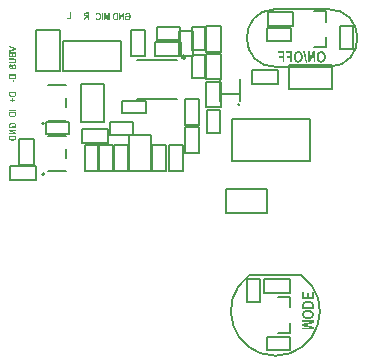
<source format=gbo>
G04 Layer_Color=32896*
%FSLAX43Y43*%
%MOMM*%
G71*
G01*
G75*
%ADD13C,0.200*%
%ADD14C,0.250*%
%ADD55C,0.150*%
%ADD57C,0.203*%
%ADD58C,0.152*%
G36*
X-44000Y5895D02*
X-44001Y5872D01*
X-44003Y5852D01*
X-44006Y5835D01*
X-44009Y5820D01*
X-44012Y5808D01*
X-44015Y5799D01*
X-44017Y5794D01*
X-44018Y5792D01*
X-44025Y5777D01*
X-44033Y5764D01*
X-44042Y5753D01*
X-44050Y5743D01*
X-44057Y5736D01*
X-44064Y5729D01*
X-44067Y5725D01*
X-44069Y5725D01*
X-44083Y5714D01*
X-44099Y5705D01*
X-44115Y5697D01*
X-44130Y5690D01*
X-44143Y5685D01*
X-44154Y5681D01*
X-44159Y5679D01*
X-44162Y5678D01*
X-44164Y5677D01*
X-44165D01*
X-44188Y5671D01*
X-44212Y5666D01*
X-44236Y5664D01*
X-44258Y5661D01*
X-44268D01*
X-44277Y5660D01*
X-44286D01*
X-44292Y5659D01*
X-44306D01*
X-44338Y5660D01*
X-44367Y5662D01*
X-44381Y5663D01*
X-44393Y5664D01*
X-44404Y5666D01*
X-44414Y5667D01*
X-44423Y5669D01*
X-44432Y5671D01*
X-44439Y5673D01*
X-44445Y5674D01*
X-44449Y5675D01*
X-44453Y5676D01*
X-44455Y5676D01*
X-44456D01*
X-44478Y5684D01*
X-44497Y5691D01*
X-44514Y5700D01*
X-44528Y5708D01*
X-44540Y5714D01*
X-44548Y5720D01*
X-44553Y5724D01*
X-44555Y5725D01*
X-44568Y5737D01*
X-44579Y5749D01*
X-44588Y5761D01*
X-44595Y5771D01*
X-44601Y5780D01*
X-44606Y5786D01*
X-44607Y5791D01*
X-44608Y5793D01*
X-44614Y5808D01*
X-44618Y5825D01*
X-44621Y5843D01*
X-44623Y5860D01*
X-44624Y5876D01*
Y5883D01*
X-44625Y5888D01*
Y5894D01*
Y5897D01*
Y5899D01*
Y5900D01*
Y6089D01*
X-44000D01*
Y5895D01*
D02*
G37*
G36*
Y6187D02*
X-44625D01*
Y6290D01*
X-44000D01*
Y6187D01*
D02*
G37*
G36*
X-43989Y4526D02*
X-44396D01*
X-43989Y4320D01*
Y4215D01*
X-44614D01*
Y4312D01*
X-44196D01*
X-44614Y4522D01*
Y4622D01*
X-43989D01*
Y4526D01*
D02*
G37*
G36*
X-44266Y5198D02*
X-44232Y5194D01*
X-44217Y5193D01*
X-44203Y5190D01*
X-44189Y5186D01*
X-44177Y5183D01*
X-44166Y5181D01*
X-44156Y5177D01*
X-44147Y5174D01*
X-44140Y5172D01*
X-44134Y5169D01*
X-44131Y5169D01*
X-44128Y5167D01*
X-44127D01*
X-44101Y5153D01*
X-44079Y5138D01*
X-44059Y5122D01*
X-44044Y5108D01*
X-44032Y5095D01*
X-44023Y5084D01*
X-44020Y5080D01*
X-44018Y5077D01*
X-44017Y5075D01*
X-44016Y5074D01*
X-44004Y5052D01*
X-43995Y5029D01*
X-43988Y5006D01*
X-43984Y4985D01*
X-43982Y4976D01*
X-43981Y4967D01*
X-43980Y4960D01*
Y4953D01*
X-43979Y4948D01*
Y4944D01*
Y4941D01*
Y4940D01*
X-43980Y4917D01*
X-43984Y4895D01*
X-43988Y4874D01*
X-43993Y4855D01*
X-43998Y4839D01*
X-44000Y4833D01*
X-44002Y4826D01*
X-44004Y4823D01*
X-44006Y4819D01*
X-44007Y4817D01*
Y4816D01*
X-44018Y4794D01*
X-44030Y4775D01*
X-44041Y4759D01*
X-44052Y4745D01*
X-44061Y4734D01*
X-44069Y4727D01*
X-44073Y4722D01*
X-44075Y4720D01*
X-44324D01*
Y4943D01*
X-44218D01*
Y4825D01*
X-44140D01*
X-44131Y4835D01*
X-44123Y4845D01*
X-44117Y4855D01*
X-44111Y4863D01*
X-44107Y4872D01*
X-44104Y4878D01*
X-44102Y4882D01*
X-44101Y4884D01*
X-44096Y4896D01*
X-44093Y4907D01*
X-44091Y4918D01*
X-44089Y4927D01*
X-44088Y4935D01*
X-44087Y4940D01*
Y4945D01*
Y4946D01*
X-44088Y4958D01*
X-44089Y4969D01*
X-44095Y4989D01*
X-44103Y5008D01*
X-44112Y5022D01*
X-44121Y5034D01*
X-44130Y5042D01*
X-44135Y5047D01*
X-44136Y5048D01*
X-44137Y5049D01*
X-44149Y5057D01*
X-44161Y5063D01*
X-44189Y5074D01*
X-44218Y5082D01*
X-44245Y5087D01*
X-44257Y5089D01*
X-44269Y5090D01*
X-44280Y5092D01*
X-44290D01*
X-44297Y5093D01*
X-44308D01*
X-44328Y5092D01*
X-44345Y5091D01*
X-44362Y5089D01*
X-44377Y5086D01*
X-44391Y5084D01*
X-44404Y5080D01*
X-44415Y5076D01*
X-44426Y5072D01*
X-44435Y5069D01*
X-44443Y5065D01*
X-44450Y5061D01*
X-44455Y5059D01*
X-44459Y5056D01*
X-44462Y5054D01*
X-44463Y5052D01*
X-44464D01*
X-44474Y5044D01*
X-44482Y5035D01*
X-44488Y5027D01*
X-44494Y5018D01*
X-44503Y5000D01*
X-44510Y4983D01*
X-44513Y4968D01*
X-44514Y4961D01*
X-44515Y4956D01*
X-44516Y4951D01*
Y4948D01*
Y4946D01*
Y4945D01*
X-44515Y4929D01*
X-44512Y4915D01*
X-44508Y4903D01*
X-44503Y4892D01*
X-44499Y4884D01*
X-44494Y4877D01*
X-44491Y4873D01*
X-44490Y4872D01*
X-44480Y4862D01*
X-44468Y4852D01*
X-44455Y4845D01*
X-44444Y4839D01*
X-44433Y4835D01*
X-44425Y4832D01*
X-44418Y4830D01*
X-44417Y4829D01*
X-44416D01*
X-44439Y4727D01*
X-44456Y4730D01*
X-44472Y4734D01*
X-44486Y4740D01*
X-44500Y4745D01*
X-44512Y4751D01*
X-44523Y4757D01*
X-44533Y4763D01*
X-44542Y4769D01*
X-44550Y4775D01*
X-44558Y4780D01*
X-44563Y4786D01*
X-44569Y4790D01*
X-44573Y4793D01*
X-44575Y4796D01*
X-44576Y4798D01*
X-44577Y4799D01*
X-44585Y4809D01*
X-44593Y4821D01*
X-44599Y4833D01*
X-44605Y4845D01*
X-44613Y4869D01*
X-44619Y4893D01*
X-44621Y4903D01*
X-44622Y4913D01*
X-44622Y4923D01*
X-44623Y4930D01*
X-44624Y4937D01*
Y4942D01*
Y4945D01*
Y4946D01*
X-44622Y4973D01*
X-44619Y4998D01*
X-44612Y5021D01*
X-44606Y5040D01*
X-44602Y5048D01*
X-44599Y5056D01*
X-44596Y5062D01*
X-44593Y5067D01*
X-44591Y5071D01*
X-44589Y5074D01*
X-44587Y5076D01*
Y5077D01*
X-44573Y5096D01*
X-44555Y5114D01*
X-44537Y5129D01*
X-44519Y5142D01*
X-44503Y5152D01*
X-44497Y5157D01*
X-44490Y5159D01*
X-44486Y5162D01*
X-44482Y5164D01*
X-44479Y5166D01*
X-44478D01*
X-44450Y5177D01*
X-44420Y5185D01*
X-44390Y5192D01*
X-44363Y5195D01*
X-44350Y5197D01*
X-44339Y5198D01*
X-44328Y5199D01*
X-44319D01*
X-44312Y5200D01*
X-44302D01*
X-44266Y5198D01*
D02*
G37*
G36*
X-44252Y7162D02*
X-44090D01*
Y7072D01*
X-44252D01*
Y6937D01*
X-44364D01*
Y7072D01*
X-44527D01*
Y7162D01*
X-44364D01*
Y7296D01*
X-44252D01*
Y7162D01*
D02*
G37*
G36*
X-44000Y9096D02*
X-44001Y9074D01*
X-44003Y9054D01*
X-44006Y9036D01*
X-44009Y9021D01*
X-44012Y9009D01*
X-44015Y9001D01*
X-44017Y8995D01*
X-44018Y8994D01*
X-44025Y8979D01*
X-44033Y8966D01*
X-44042Y8955D01*
X-44050Y8945D01*
X-44057Y8937D01*
X-44064Y8931D01*
X-44067Y8927D01*
X-44069Y8926D01*
X-44083Y8916D01*
X-44099Y8907D01*
X-44115Y8898D01*
X-44130Y8892D01*
X-44143Y8886D01*
X-44154Y8883D01*
X-44159Y8881D01*
X-44162Y8880D01*
X-44164Y8879D01*
X-44165D01*
X-44188Y8872D01*
X-44212Y8868D01*
X-44236Y8865D01*
X-44258Y8862D01*
X-44268D01*
X-44277Y8861D01*
X-44286D01*
X-44292Y8860D01*
X-44306D01*
X-44338Y8861D01*
X-44367Y8863D01*
X-44381Y8864D01*
X-44393Y8866D01*
X-44404Y8868D01*
X-44414Y8869D01*
X-44423Y8871D01*
X-44432Y8872D01*
X-44439Y8874D01*
X-44445Y8875D01*
X-44449Y8876D01*
X-44453Y8877D01*
X-44455Y8878D01*
X-44456D01*
X-44478Y8885D01*
X-44497Y8893D01*
X-44514Y8901D01*
X-44528Y8909D01*
X-44540Y8916D01*
X-44548Y8921D01*
X-44553Y8925D01*
X-44555Y8927D01*
X-44568Y8939D01*
X-44579Y8950D01*
X-44588Y8962D01*
X-44595Y8972D01*
X-44601Y8982D01*
X-44606Y8988D01*
X-44607Y8993D01*
X-44608Y8995D01*
X-44614Y9009D01*
X-44618Y9027D01*
X-44621Y9044D01*
X-44623Y9062D01*
X-44624Y9078D01*
Y9084D01*
X-44625Y9090D01*
Y9095D01*
Y9099D01*
Y9101D01*
Y9102D01*
Y9290D01*
X-44000D01*
Y9096D01*
D02*
G37*
G36*
X-44185Y10150D02*
X-44166Y10147D01*
X-44150Y10143D01*
X-44133Y10138D01*
X-44118Y10132D01*
X-44104Y10125D01*
X-44092Y10119D01*
X-44080Y10111D01*
X-44069Y10103D01*
X-44059Y10095D01*
X-44043Y10077D01*
X-44028Y10059D01*
X-44017Y10040D01*
X-44007Y10022D01*
X-44001Y10004D01*
X-43996Y9987D01*
X-43994Y9973D01*
X-43992Y9961D01*
X-43990Y9951D01*
Y9948D01*
Y9945D01*
Y9944D01*
Y9943D01*
X-43991Y9924D01*
X-43993Y9906D01*
X-43994Y9889D01*
X-43998Y9874D01*
X-44003Y9860D01*
X-44007Y9847D01*
X-44012Y9835D01*
X-44018Y9825D01*
X-44022Y9816D01*
X-44027Y9808D01*
X-44031Y9802D01*
X-44036Y9796D01*
X-44040Y9792D01*
X-44042Y9789D01*
X-44043Y9788D01*
X-44044Y9787D01*
X-44055Y9777D01*
X-44067Y9770D01*
X-44078Y9763D01*
X-44089Y9757D01*
X-44112Y9748D01*
X-44134Y9742D01*
X-44143Y9740D01*
X-44153Y9739D01*
X-44161Y9738D01*
X-44167Y9737D01*
X-44174Y9736D01*
X-44181D01*
X-44202Y9737D01*
X-44220Y9739D01*
X-44237Y9741D01*
X-44251Y9745D01*
X-44262Y9749D01*
X-44270Y9752D01*
X-44276Y9753D01*
X-44277Y9754D01*
X-44291Y9762D01*
X-44304Y9770D01*
X-44315Y9779D01*
X-44325Y9788D01*
X-44332Y9796D01*
X-44337Y9802D01*
X-44340Y9806D01*
X-44341Y9808D01*
X-44346Y9814D01*
X-44350Y9823D01*
X-44360Y9840D01*
X-44367Y9859D01*
X-44374Y9877D01*
X-44381Y9894D01*
X-44383Y9901D01*
X-44386Y9908D01*
X-44387Y9913D01*
X-44388Y9917D01*
X-44389Y9920D01*
Y9921D01*
X-44393Y9934D01*
X-44397Y9946D01*
X-44400Y9957D01*
X-44404Y9966D01*
X-44408Y9975D01*
X-44410Y9983D01*
X-44414Y9989D01*
X-44417Y9996D01*
X-44422Y10005D01*
X-44425Y10010D01*
X-44427Y10014D01*
X-44428Y10015D01*
X-44435Y10022D01*
X-44442Y10027D01*
X-44448Y10031D01*
X-44455Y10033D01*
X-44461Y10034D01*
X-44466Y10035D01*
X-44470D01*
X-44479Y10034D01*
X-44487Y10032D01*
X-44495Y10028D01*
X-44501Y10024D01*
X-44507Y10021D01*
X-44510Y10017D01*
X-44512Y10014D01*
X-44513Y10013D01*
X-44519Y10004D01*
X-44523Y9993D01*
X-44526Y9983D01*
X-44529Y9973D01*
X-44530Y9963D01*
X-44531Y9955D01*
Y9950D01*
Y9948D01*
X-44530Y9934D01*
X-44528Y9921D01*
X-44524Y9910D01*
X-44521Y9900D01*
X-44517Y9893D01*
X-44513Y9887D01*
X-44511Y9885D01*
X-44510Y9884D01*
X-44501Y9875D01*
X-44491Y9869D01*
X-44479Y9864D01*
X-44468Y9860D01*
X-44457Y9857D01*
X-44448Y9855D01*
X-44445Y9854D01*
X-44442Y9853D01*
X-44440D01*
X-44446Y9750D01*
X-44462Y9751D01*
X-44478Y9753D01*
X-44492Y9756D01*
X-44506Y9760D01*
X-44518Y9764D01*
X-44530Y9768D01*
X-44540Y9774D01*
X-44549Y9778D01*
X-44557Y9783D01*
X-44565Y9788D01*
X-44571Y9792D01*
X-44576Y9796D01*
X-44580Y9800D01*
X-44583Y9802D01*
X-44584Y9803D01*
X-44585Y9804D01*
X-44594Y9814D01*
X-44602Y9825D01*
X-44608Y9837D01*
X-44614Y9848D01*
X-44623Y9872D01*
X-44629Y9894D01*
X-44631Y9905D01*
X-44632Y9914D01*
X-44633Y9924D01*
X-44634Y9931D01*
X-44635Y9937D01*
Y9942D01*
Y9945D01*
Y9946D01*
X-44634Y9967D01*
X-44631Y9987D01*
X-44629Y10004D01*
X-44625Y10019D01*
X-44620Y10031D01*
X-44618Y10040D01*
X-44615Y10046D01*
X-44614Y10047D01*
Y10047D01*
X-44606Y10062D01*
X-44595Y10074D01*
X-44585Y10085D01*
X-44575Y10095D01*
X-44566Y10102D01*
X-44558Y10107D01*
X-44554Y10110D01*
X-44553Y10111D01*
X-44552D01*
X-44536Y10119D01*
X-44521Y10124D01*
X-44505Y10129D01*
X-44491Y10132D01*
X-44479Y10133D01*
X-44469Y10134D01*
X-44460D01*
X-44445Y10133D01*
X-44429Y10132D01*
X-44415Y10129D01*
X-44403Y10125D01*
X-44393Y10122D01*
X-44385Y10120D01*
X-44380Y10118D01*
X-44378Y10117D01*
X-44364Y10109D01*
X-44352Y10101D01*
X-44342Y10093D01*
X-44334Y10085D01*
X-44326Y10078D01*
X-44322Y10072D01*
X-44318Y10069D01*
X-44317Y10068D01*
X-44309Y10055D01*
X-44300Y10040D01*
X-44293Y10023D01*
X-44287Y10008D01*
X-44281Y9993D01*
X-44279Y9987D01*
X-44277Y9982D01*
X-44276Y9977D01*
X-44275Y9973D01*
X-44274Y9972D01*
Y9971D01*
X-44270Y9958D01*
X-44266Y9946D01*
X-44263Y9935D01*
X-44259Y9925D01*
X-44256Y9916D01*
X-44253Y9909D01*
X-44251Y9902D01*
X-44250Y9897D01*
X-44246Y9888D01*
X-44243Y9882D01*
X-44242Y9879D01*
X-44241Y9878D01*
X-44238Y9872D01*
X-44234Y9865D01*
X-44229Y9861D01*
X-44226Y9857D01*
X-44220Y9851D01*
X-44218Y9850D01*
X-44217D01*
X-44212Y9846D01*
X-44205Y9844D01*
X-44194Y9840D01*
X-44189D01*
X-44185Y9839D01*
X-44181D01*
X-44168Y9840D01*
X-44156Y9844D01*
X-44146Y9848D01*
X-44137Y9853D01*
X-44130Y9858D01*
X-44125Y9863D01*
X-44121Y9866D01*
X-44120Y9867D01*
X-44112Y9878D01*
X-44106Y9890D01*
X-44102Y9902D01*
X-44099Y9913D01*
X-44097Y9924D01*
X-44096Y9933D01*
Y9938D01*
Y9939D01*
Y9940D01*
X-44097Y9957D01*
X-44102Y9973D01*
X-44107Y9985D01*
X-44115Y9998D01*
X-44124Y10009D01*
X-44134Y10018D01*
X-44145Y10025D01*
X-44156Y10032D01*
X-44167Y10037D01*
X-44178Y10042D01*
X-44189Y10046D01*
X-44198Y10048D01*
X-44205Y10050D01*
X-44211Y10051D01*
X-44215Y10052D01*
X-44216D01*
X-44204Y10153D01*
X-44185Y10150D01*
D02*
G37*
G36*
X-44000Y7596D02*
X-44001Y7574D01*
X-44003Y7554D01*
X-44006Y7536D01*
X-44009Y7521D01*
X-44012Y7509D01*
X-44015Y7501D01*
X-44017Y7495D01*
X-44018Y7494D01*
X-44025Y7479D01*
X-44033Y7466D01*
X-44042Y7455D01*
X-44050Y7445D01*
X-44057Y7437D01*
X-44064Y7431D01*
X-44067Y7427D01*
X-44069Y7426D01*
X-44083Y7416D01*
X-44099Y7407D01*
X-44115Y7398D01*
X-44130Y7392D01*
X-44143Y7386D01*
X-44154Y7383D01*
X-44159Y7381D01*
X-44162Y7380D01*
X-44164Y7379D01*
X-44165D01*
X-44188Y7372D01*
X-44212Y7368D01*
X-44236Y7365D01*
X-44258Y7362D01*
X-44268D01*
X-44277Y7361D01*
X-44286D01*
X-44292Y7360D01*
X-44306D01*
X-44338Y7361D01*
X-44367Y7363D01*
X-44381Y7364D01*
X-44393Y7366D01*
X-44404Y7368D01*
X-44414Y7369D01*
X-44423Y7371D01*
X-44432Y7372D01*
X-44439Y7374D01*
X-44445Y7375D01*
X-44449Y7376D01*
X-44453Y7377D01*
X-44455Y7378D01*
X-44456D01*
X-44478Y7385D01*
X-44497Y7393D01*
X-44514Y7401D01*
X-44528Y7409D01*
X-44540Y7416D01*
X-44548Y7421D01*
X-44553Y7425D01*
X-44555Y7427D01*
X-44568Y7439D01*
X-44579Y7450D01*
X-44588Y7462D01*
X-44595Y7472D01*
X-44601Y7482D01*
X-44606Y7488D01*
X-44607Y7493D01*
X-44608Y7495D01*
X-44614Y7509D01*
X-44618Y7527D01*
X-44621Y7544D01*
X-44623Y7562D01*
X-44624Y7578D01*
Y7584D01*
X-44625Y7590D01*
Y7595D01*
Y7599D01*
Y7601D01*
Y7602D01*
Y7790D01*
X-44000D01*
Y7596D01*
D02*
G37*
G36*
X-44166Y8609D02*
X-44287D01*
Y8803D01*
X-44166D01*
Y8609D01*
D02*
G37*
G36*
X-36050Y13883D02*
X-36146D01*
Y14375D01*
X-36248Y13883D01*
X-36347D01*
X-36450Y14375D01*
Y13883D01*
X-36546D01*
Y14508D01*
X-36390D01*
X-36298Y14080D01*
X-36204Y14508D01*
X-36050D01*
Y13883D01*
D02*
G37*
G36*
X-35397D02*
X-35591D01*
X-35613Y13884D01*
X-35634Y13885D01*
X-35651Y13888D01*
X-35666Y13892D01*
X-35678Y13895D01*
X-35686Y13898D01*
X-35692Y13899D01*
X-35694Y13900D01*
X-35708Y13908D01*
X-35721Y13916D01*
X-35733Y13924D01*
X-35743Y13933D01*
X-35750Y13940D01*
X-35757Y13946D01*
X-35760Y13950D01*
X-35761Y13952D01*
X-35771Y13966D01*
X-35781Y13982D01*
X-35789Y13997D01*
X-35795Y14013D01*
X-35801Y14026D01*
X-35805Y14037D01*
X-35806Y14042D01*
X-35807Y14045D01*
X-35808Y14046D01*
Y14047D01*
X-35815Y14070D01*
X-35819Y14094D01*
X-35822Y14118D01*
X-35825Y14141D01*
Y14151D01*
X-35826Y14160D01*
Y14168D01*
X-35827Y14175D01*
Y14180D01*
Y14185D01*
Y14188D01*
Y14189D01*
X-35826Y14221D01*
X-35824Y14250D01*
X-35823Y14264D01*
X-35821Y14276D01*
X-35819Y14287D01*
X-35819Y14297D01*
X-35817Y14306D01*
X-35815Y14314D01*
X-35813Y14322D01*
X-35812Y14327D01*
X-35811Y14332D01*
X-35810Y14336D01*
X-35809Y14338D01*
Y14339D01*
X-35802Y14361D01*
X-35794Y14380D01*
X-35786Y14397D01*
X-35778Y14411D01*
X-35771Y14423D01*
X-35766Y14431D01*
X-35762Y14436D01*
X-35760Y14437D01*
X-35748Y14450D01*
X-35737Y14461D01*
X-35725Y14471D01*
X-35715Y14478D01*
X-35706Y14484D01*
X-35699Y14488D01*
X-35695Y14490D01*
X-35693Y14491D01*
X-35678Y14497D01*
X-35660Y14500D01*
X-35643Y14504D01*
X-35625Y14506D01*
X-35610Y14507D01*
X-35603D01*
X-35598Y14508D01*
X-35397D01*
Y13883D01*
D02*
G37*
G36*
X-36645D02*
X-36749D01*
Y14508D01*
X-36645D01*
Y13883D01*
D02*
G37*
G36*
X-37050Y14517D02*
X-37032Y14514D01*
X-37015Y14510D01*
X-36999Y14506D01*
X-36984Y14499D01*
X-36970Y14493D01*
X-36957Y14486D01*
X-36946Y14479D01*
X-36936Y14472D01*
X-36926Y14464D01*
X-36919Y14458D01*
X-36913Y14451D01*
X-36908Y14447D01*
X-36904Y14443D01*
X-36902Y14440D01*
X-36902Y14439D01*
X-36889Y14422D01*
X-36877Y14402D01*
X-36868Y14383D01*
X-36860Y14363D01*
X-36853Y14341D01*
X-36847Y14321D01*
X-36842Y14301D01*
X-36839Y14280D01*
X-36836Y14262D01*
X-36833Y14245D01*
X-36831Y14229D01*
X-36830Y14216D01*
Y14205D01*
X-36829Y14197D01*
Y14192D01*
Y14191D01*
Y14190D01*
X-36830Y14162D01*
X-36832Y14136D01*
X-36836Y14111D01*
X-36840Y14088D01*
X-36846Y14067D01*
X-36852Y14047D01*
X-36858Y14029D01*
X-36865Y14013D01*
X-36872Y13998D01*
X-36878Y13985D01*
X-36884Y13974D01*
X-36889Y13966D01*
X-36894Y13959D01*
X-36898Y13953D01*
X-36900Y13950D01*
X-36901Y13949D01*
X-36913Y13935D01*
X-36926Y13924D01*
X-36938Y13914D01*
X-36952Y13905D01*
X-36966Y13898D01*
X-36979Y13891D01*
X-36992Y13886D01*
X-37005Y13882D01*
X-37017Y13879D01*
X-37028Y13876D01*
X-37038Y13875D01*
X-37047Y13873D01*
X-37054D01*
X-37059Y13873D01*
X-37063D01*
X-37078Y13873D01*
X-37092Y13874D01*
X-37118Y13880D01*
X-37141Y13887D01*
X-37151Y13892D01*
X-37160Y13897D01*
X-37169Y13901D01*
X-37176Y13906D01*
X-37183Y13910D01*
X-37187Y13913D01*
X-37192Y13916D01*
X-37195Y13919D01*
X-37196Y13920D01*
X-37197Y13921D01*
X-37208Y13931D01*
X-37217Y13941D01*
X-37233Y13965D01*
X-37246Y13991D01*
X-37257Y14016D01*
X-37262Y14028D01*
X-37266Y14039D01*
X-37269Y14049D01*
X-37271Y14057D01*
X-37273Y14065D01*
X-37275Y14070D01*
X-37276Y14074D01*
Y14075D01*
X-37175Y14114D01*
X-37170Y14089D01*
X-37162Y14069D01*
X-37156Y14051D01*
X-37148Y14037D01*
X-37142Y14026D01*
X-37136Y14019D01*
X-37133Y14014D01*
X-37132Y14012D01*
X-37121Y14002D01*
X-37109Y13994D01*
X-37097Y13988D01*
X-37086Y13984D01*
X-37076Y13983D01*
X-37068Y13982D01*
X-37063Y13981D01*
X-37061D01*
X-37051Y13982D01*
X-37042Y13983D01*
X-37024Y13988D01*
X-37009Y13996D01*
X-36996Y14006D01*
X-36985Y14014D01*
X-36977Y14022D01*
X-36973Y14028D01*
X-36971Y14029D01*
Y14030D01*
X-36965Y14040D01*
X-36960Y14051D01*
X-36955Y14064D01*
X-36951Y14077D01*
X-36945Y14105D01*
X-36941Y14132D01*
X-36939Y14145D01*
X-36938Y14157D01*
X-36938Y14168D01*
Y14178D01*
X-36937Y14186D01*
Y14192D01*
Y14196D01*
Y14197D01*
Y14217D01*
X-36938Y14237D01*
X-36940Y14254D01*
X-36942Y14270D01*
X-36945Y14285D01*
X-36948Y14299D01*
X-36951Y14311D01*
X-36954Y14321D01*
X-36958Y14330D01*
X-36961Y14339D01*
X-36963Y14345D01*
X-36966Y14351D01*
X-36969Y14354D01*
X-36970Y14358D01*
X-36972Y14359D01*
Y14360D01*
X-36979Y14369D01*
X-36987Y14376D01*
X-36994Y14383D01*
X-37001Y14388D01*
X-37017Y14398D01*
X-37032Y14403D01*
X-37045Y14407D01*
X-37055Y14409D01*
X-37059Y14410D01*
X-37064D01*
X-37079Y14409D01*
X-37092Y14405D01*
X-37103Y14401D01*
X-37113Y14396D01*
X-37122Y14391D01*
X-37128Y14387D01*
X-37132Y14383D01*
X-37133Y14382D01*
X-37143Y14371D01*
X-37151Y14359D01*
X-37159Y14346D01*
X-37164Y14333D01*
X-37168Y14322D01*
X-37171Y14313D01*
X-37171Y14309D01*
Y14306D01*
X-37172Y14305D01*
Y14304D01*
X-37275Y14334D01*
X-37271Y14349D01*
X-37267Y14363D01*
X-37262Y14375D01*
X-37257Y14388D01*
X-37252Y14400D01*
X-37247Y14410D01*
X-37242Y14418D01*
X-37237Y14426D01*
X-37233Y14434D01*
X-37228Y14440D01*
X-37224Y14446D01*
X-37220Y14450D01*
X-37218Y14453D01*
X-37216Y14456D01*
X-37215Y14458D01*
X-37214D01*
X-37203Y14468D01*
X-37191Y14477D01*
X-37179Y14486D01*
X-37167Y14493D01*
X-37155Y14498D01*
X-37143Y14503D01*
X-37120Y14510D01*
X-37110Y14513D01*
X-37100Y14515D01*
X-37092Y14516D01*
X-37085Y14517D01*
X-37078Y14518D01*
X-37070D01*
X-37050Y14517D01*
D02*
G37*
G36*
X-34532Y14516D02*
X-34507Y14512D01*
X-34484Y14506D01*
X-34465Y14499D01*
X-34457Y14496D01*
X-34449Y14493D01*
X-34443Y14489D01*
X-34438Y14486D01*
X-34434Y14485D01*
X-34431Y14483D01*
X-34429Y14481D01*
X-34428D01*
X-34409Y14466D01*
X-34391Y14449D01*
X-34376Y14431D01*
X-34363Y14412D01*
X-34353Y14397D01*
X-34348Y14390D01*
X-34346Y14384D01*
X-34343Y14379D01*
X-34341Y14375D01*
X-34339Y14373D01*
Y14372D01*
X-34328Y14343D01*
X-34320Y14314D01*
X-34313Y14284D01*
X-34310Y14256D01*
X-34308Y14243D01*
X-34307Y14232D01*
X-34306Y14221D01*
Y14213D01*
X-34305Y14205D01*
Y14200D01*
Y14196D01*
Y14195D01*
X-34307Y14159D01*
X-34311Y14126D01*
X-34312Y14110D01*
X-34315Y14096D01*
X-34319Y14082D01*
X-34322Y14070D01*
X-34324Y14059D01*
X-34328Y14049D01*
X-34331Y14041D01*
X-34333Y14033D01*
X-34336Y14028D01*
X-34336Y14024D01*
X-34338Y14021D01*
Y14020D01*
X-34352Y13995D01*
X-34367Y13972D01*
X-34383Y13953D01*
X-34397Y13937D01*
X-34410Y13925D01*
X-34421Y13917D01*
X-34425Y13913D01*
X-34428Y13911D01*
X-34430Y13910D01*
X-34431Y13910D01*
X-34453Y13898D01*
X-34476Y13888D01*
X-34499Y13882D01*
X-34519Y13877D01*
X-34529Y13875D01*
X-34538Y13874D01*
X-34545Y13873D01*
X-34552D01*
X-34557Y13873D01*
X-34565D01*
X-34588Y13873D01*
X-34610Y13877D01*
X-34631Y13882D01*
X-34650Y13886D01*
X-34666Y13892D01*
X-34672Y13894D01*
X-34679Y13896D01*
X-34682Y13898D01*
X-34686Y13899D01*
X-34688Y13900D01*
X-34689D01*
X-34711Y13911D01*
X-34730Y13923D01*
X-34746Y13934D01*
X-34760Y13946D01*
X-34771Y13955D01*
X-34778Y13962D01*
X-34783Y13967D01*
X-34785Y13969D01*
Y14217D01*
X-34562D01*
Y14112D01*
X-34680D01*
Y14033D01*
X-34670Y14024D01*
X-34660Y14017D01*
X-34650Y14010D01*
X-34642Y14005D01*
X-34633Y14000D01*
X-34627Y13997D01*
X-34623Y13995D01*
X-34621Y13995D01*
X-34609Y13990D01*
X-34598Y13986D01*
X-34587Y13984D01*
X-34578Y13983D01*
X-34570Y13982D01*
X-34565Y13981D01*
X-34559D01*
X-34547Y13982D01*
X-34536Y13983D01*
X-34516Y13988D01*
X-34497Y13996D01*
X-34483Y14006D01*
X-34471Y14015D01*
X-34463Y14023D01*
X-34458Y14029D01*
X-34457Y14030D01*
X-34456Y14031D01*
X-34448Y14043D01*
X-34442Y14055D01*
X-34431Y14082D01*
X-34423Y14111D01*
X-34418Y14139D01*
X-34416Y14151D01*
X-34415Y14163D01*
X-34413Y14174D01*
Y14183D01*
X-34412Y14191D01*
Y14197D01*
Y14201D01*
Y14202D01*
X-34413Y14221D01*
X-34414Y14239D01*
X-34416Y14255D01*
X-34419Y14271D01*
X-34421Y14285D01*
X-34425Y14298D01*
X-34429Y14309D01*
X-34433Y14319D01*
X-34436Y14328D01*
X-34440Y14337D01*
X-34444Y14343D01*
X-34446Y14349D01*
X-34449Y14352D01*
X-34451Y14355D01*
X-34453Y14357D01*
Y14358D01*
X-34461Y14367D01*
X-34470Y14375D01*
X-34478Y14382D01*
X-34487Y14388D01*
X-34505Y14397D01*
X-34522Y14403D01*
X-34537Y14407D01*
X-34544Y14408D01*
X-34549Y14409D01*
X-34554Y14410D01*
X-34560D01*
X-34576Y14409D01*
X-34590Y14406D01*
X-34602Y14401D01*
X-34613Y14397D01*
X-34621Y14392D01*
X-34628Y14388D01*
X-34632Y14385D01*
X-34633Y14384D01*
X-34643Y14374D01*
X-34653Y14362D01*
X-34660Y14349D01*
X-34666Y14338D01*
X-34670Y14326D01*
X-34673Y14318D01*
X-34675Y14312D01*
X-34676Y14311D01*
Y14310D01*
X-34778Y14333D01*
X-34775Y14350D01*
X-34771Y14365D01*
X-34765Y14379D01*
X-34760Y14393D01*
X-34754Y14405D01*
X-34748Y14416D01*
X-34742Y14426D01*
X-34736Y14436D01*
X-34730Y14444D01*
X-34725Y14451D01*
X-34719Y14457D01*
X-34715Y14462D01*
X-34712Y14466D01*
X-34709Y14469D01*
X-34707Y14470D01*
X-34706Y14471D01*
X-34696Y14479D01*
X-34684Y14486D01*
X-34672Y14493D01*
X-34660Y14498D01*
X-34636Y14507D01*
X-34612Y14512D01*
X-34602Y14514D01*
X-34592Y14515D01*
X-34582Y14516D01*
X-34575Y14517D01*
X-34569Y14518D01*
X-34559D01*
X-34532Y14516D01*
D02*
G37*
G36*
X-39353Y13946D02*
X-39714D01*
Y14052D01*
X-39457D01*
Y14567D01*
X-39353D01*
Y13946D01*
D02*
G37*
G36*
X-43989Y3914D02*
X-43990Y3892D01*
X-43992Y3871D01*
X-43995Y3854D01*
X-43998Y3839D01*
X-44001Y3827D01*
X-44004Y3819D01*
X-44006Y3813D01*
X-44007Y3811D01*
X-44014Y3797D01*
X-44022Y3784D01*
X-44031Y3772D01*
X-44039Y3762D01*
X-44046Y3755D01*
X-44053Y3748D01*
X-44057Y3745D01*
X-44058Y3744D01*
X-44072Y3734D01*
X-44088Y3724D01*
X-44104Y3716D01*
X-44120Y3710D01*
X-44132Y3704D01*
X-44144Y3700D01*
X-44148Y3699D01*
X-44151Y3698D01*
X-44153Y3697D01*
X-44154D01*
X-44177Y3690D01*
X-44201Y3686D01*
X-44225Y3683D01*
X-44247Y3680D01*
X-44257D01*
X-44267Y3679D01*
X-44275D01*
X-44281Y3678D01*
X-44295D01*
X-44328Y3679D01*
X-44356Y3681D01*
X-44370Y3682D01*
X-44382Y3684D01*
X-44393Y3686D01*
X-44403Y3687D01*
X-44413Y3688D01*
X-44421Y3690D01*
X-44428Y3692D01*
X-44434Y3693D01*
X-44438Y3694D01*
X-44442Y3695D01*
X-44444Y3696D01*
X-44445D01*
X-44467Y3703D01*
X-44487Y3711D01*
X-44503Y3719D01*
X-44517Y3727D01*
X-44529Y3734D01*
X-44537Y3739D01*
X-44542Y3743D01*
X-44544Y3745D01*
X-44557Y3757D01*
X-44568Y3768D01*
X-44577Y3780D01*
X-44585Y3790D01*
X-44590Y3799D01*
X-44595Y3806D01*
X-44597Y3810D01*
X-44598Y3812D01*
X-44603Y3827D01*
X-44607Y3845D01*
X-44610Y3862D01*
X-44612Y3880D01*
X-44613Y3895D01*
Y3902D01*
X-44614Y3907D01*
Y3913D01*
Y3917D01*
Y3919D01*
Y3919D01*
Y4108D01*
X-43989D01*
Y3914D01*
D02*
G37*
G36*
X-34883Y13883D02*
X-34979D01*
Y14290D01*
X-35185Y13883D01*
X-35290D01*
Y14508D01*
X-35194D01*
Y14090D01*
X-34983Y14508D01*
X-34883D01*
Y13883D01*
D02*
G37*
G36*
X-37825Y13917D02*
X-37929D01*
Y14178D01*
X-37962D01*
X-37972Y14177D01*
X-37981Y14176D01*
X-37989Y14174D01*
X-37994Y14173D01*
X-37998Y14172D01*
X-38000Y14171D01*
X-38001D01*
X-38007Y14168D01*
X-38013Y14163D01*
X-38022Y14155D01*
X-38026Y14151D01*
X-38028Y14147D01*
X-38030Y14146D01*
X-38031Y14145D01*
X-38034Y14141D01*
X-38038Y14135D01*
X-38042Y14130D01*
X-38046Y14123D01*
X-38055Y14108D01*
X-38064Y14092D01*
X-38073Y14077D01*
X-38076Y14071D01*
X-38080Y14065D01*
X-38083Y14061D01*
X-38085Y14057D01*
X-38087Y14054D01*
Y14053D01*
X-38161Y13917D01*
X-38285D01*
X-38223Y14038D01*
X-38216Y14051D01*
X-38210Y14064D01*
X-38203Y14075D01*
X-38198Y14086D01*
X-38192Y14095D01*
X-38187Y14103D01*
X-38179Y14117D01*
X-38173Y14127D01*
X-38167Y14135D01*
X-38164Y14139D01*
X-38163Y14140D01*
X-38155Y14150D01*
X-38146Y14160D01*
X-38137Y14170D01*
X-38128Y14177D01*
X-38121Y14184D01*
X-38114Y14188D01*
X-38111Y14192D01*
X-38109Y14193D01*
X-38132Y14198D01*
X-38151Y14206D01*
X-38169Y14215D01*
X-38183Y14225D01*
X-38194Y14233D01*
X-38202Y14241D01*
X-38207Y14246D01*
X-38209Y14247D01*
Y14248D01*
X-38221Y14267D01*
X-38230Y14286D01*
X-38236Y14306D01*
X-38240Y14324D01*
X-38243Y14341D01*
X-38244Y14348D01*
Y14355D01*
X-38245Y14359D01*
Y14364D01*
Y14366D01*
Y14367D01*
X-38244Y14388D01*
X-38241Y14406D01*
X-38237Y14424D01*
X-38234Y14439D01*
X-38229Y14450D01*
X-38225Y14459D01*
X-38223Y14465D01*
X-38222Y14466D01*
X-38212Y14481D01*
X-38202Y14493D01*
X-38193Y14503D01*
X-38184Y14511D01*
X-38175Y14517D01*
X-38169Y14522D01*
X-38164Y14524D01*
X-38162Y14525D01*
X-38155Y14527D01*
X-38147Y14530D01*
X-38128Y14535D01*
X-38109Y14538D01*
X-38089Y14540D01*
X-38072Y14541D01*
X-38064D01*
X-38057Y14542D01*
X-37825D01*
Y13917D01*
D02*
G37*
G36*
X-44243Y10644D02*
X-44222Y10643D01*
X-44202Y10642D01*
X-44185Y10640D01*
X-44169Y10638D01*
X-44155Y10636D01*
X-44142Y10635D01*
X-44132Y10634D01*
X-44123Y10632D01*
X-44116Y10630D01*
X-44109Y10628D01*
X-44104Y10627D01*
X-44102Y10626D01*
X-44100Y10625D01*
X-44099D01*
X-44080Y10617D01*
X-44065Y10607D01*
X-44051Y10596D01*
X-44040Y10585D01*
X-44030Y10575D01*
X-44024Y10567D01*
X-44019Y10561D01*
X-44018Y10561D01*
Y10560D01*
X-44009Y10541D01*
X-44002Y10521D01*
X-43997Y10500D01*
X-43994Y10480D01*
X-43992Y10462D01*
X-43991Y10454D01*
Y10447D01*
X-43990Y10441D01*
Y10438D01*
Y10435D01*
Y10434D01*
X-43992Y10406D01*
X-43995Y10382D01*
X-44001Y10361D01*
X-44007Y10343D01*
X-44010Y10336D01*
X-44013Y10328D01*
X-44016Y10323D01*
X-44018Y10318D01*
X-44021Y10315D01*
X-44022Y10312D01*
X-44024Y10311D01*
Y10310D01*
X-44038Y10293D01*
X-44053Y10280D01*
X-44068Y10270D01*
X-44082Y10262D01*
X-44095Y10255D01*
X-44105Y10252D01*
X-44109Y10251D01*
X-44112Y10250D01*
X-44114Y10249D01*
X-44115D01*
X-44126Y10246D01*
X-44139Y10244D01*
X-44153Y10243D01*
X-44167Y10241D01*
X-44197Y10239D01*
X-44227Y10237D01*
X-44241Y10236D01*
X-44254D01*
X-44266Y10235D01*
X-44625D01*
Y10339D01*
X-44247D01*
X-44233Y10340D01*
X-44221Y10341D01*
X-44210D01*
X-44200Y10341D01*
X-44190Y10342D01*
X-44183Y10343D01*
X-44177Y10344D01*
X-44171Y10345D01*
X-44166Y10346D01*
X-44163D01*
X-44159Y10348D01*
X-44157D01*
X-44147Y10352D01*
X-44139Y10356D01*
X-44131Y10361D01*
X-44125Y10366D01*
X-44120Y10371D01*
X-44116Y10375D01*
X-44115Y10377D01*
X-44114Y10378D01*
X-44108Y10388D01*
X-44104Y10397D01*
X-44102Y10406D01*
X-44100Y10415D01*
X-44099Y10424D01*
X-44098Y10430D01*
Y10435D01*
Y10437D01*
X-44099Y10451D01*
X-44102Y10465D01*
X-44105Y10477D01*
X-44109Y10487D01*
X-44113Y10495D01*
X-44116Y10500D01*
X-44119Y10504D01*
X-44120Y10505D01*
X-44129Y10514D01*
X-44140Y10521D01*
X-44150Y10526D01*
X-44161Y10531D01*
X-44170Y10534D01*
X-44178Y10536D01*
X-44182Y10537D01*
X-44184D01*
X-44190Y10538D01*
X-44195D01*
X-44210Y10539D01*
X-44227Y10540D01*
X-44244D01*
X-44261Y10541D01*
X-44625D01*
Y10645D01*
X-44266D01*
X-44243Y10644D01*
D02*
G37*
G36*
X-20624Y10300D02*
X-20782D01*
Y10705D01*
X-21109D01*
Y10865D01*
X-20782D01*
Y11092D01*
X-21159D01*
Y11253D01*
X-20624D01*
Y10300D01*
D02*
G37*
G36*
X-18685D02*
X-18832D01*
Y10920D01*
X-19146Y10300D01*
X-19306D01*
Y11253D01*
X-19159D01*
Y10616D01*
X-18838Y11253D01*
X-18685D01*
Y10300D01*
D02*
G37*
G36*
X-18137Y11266D02*
X-18099Y11260D01*
X-18065Y11252D01*
X-18035Y11242D01*
X-18024Y11236D01*
X-18013Y11230D01*
X-18003Y11226D01*
X-17995Y11222D01*
X-17989Y11219D01*
X-17985Y11216D01*
X-17982Y11213D01*
X-17980D01*
X-17952Y11191D01*
X-17925Y11166D01*
X-17904Y11139D01*
X-17885Y11112D01*
X-17869Y11088D01*
X-17863Y11077D01*
X-17859Y11068D01*
X-17855Y11060D01*
X-17852Y11054D01*
X-17849Y11051D01*
Y11050D01*
X-17841Y11029D01*
X-17832Y11006D01*
X-17821Y10960D01*
X-17813Y10913D01*
X-17806Y10868D01*
X-17804Y10848D01*
X-17803Y10829D01*
X-17801Y10812D01*
Y10798D01*
X-17800Y10786D01*
Y10776D01*
Y10771D01*
Y10769D01*
X-17801Y10727D01*
X-17804Y10686D01*
X-17810Y10648D01*
X-17817Y10613D01*
X-17825Y10581D01*
X-17835Y10551D01*
X-17845Y10523D01*
X-17856Y10497D01*
X-17866Y10476D01*
X-17876Y10456D01*
X-17886Y10440D01*
X-17894Y10425D01*
X-17902Y10416D01*
X-17907Y10407D01*
X-17910Y10403D01*
X-17911Y10401D01*
X-17931Y10380D01*
X-17951Y10363D01*
X-17973Y10348D01*
X-17995Y10334D01*
X-18017Y10323D01*
X-18040Y10313D01*
X-18061Y10306D01*
X-18082Y10299D01*
X-18102Y10294D01*
X-18120Y10290D01*
X-18137Y10289D01*
X-18151Y10286D01*
X-18162D01*
X-18172Y10284D01*
X-18179D01*
X-18210Y10286D01*
X-18238Y10290D01*
X-18267Y10296D01*
X-18292Y10303D01*
X-18316Y10313D01*
X-18337Y10323D01*
X-18357Y10332D01*
X-18375Y10344D01*
X-18392Y10355D01*
X-18406Y10365D01*
X-18417Y10376D01*
X-18427Y10385D01*
X-18436Y10392D01*
X-18441Y10397D01*
X-18444Y10401D01*
X-18446Y10403D01*
X-18465Y10430D01*
X-18482Y10458D01*
X-18498Y10487D01*
X-18510Y10519D01*
X-18522Y10550D01*
X-18532Y10581D01*
X-18539Y10610D01*
X-18544Y10640D01*
X-18549Y10668D01*
X-18553Y10693D01*
X-18556Y10717D01*
X-18557Y10737D01*
X-18558Y10754D01*
Y10767D01*
Y10774D01*
Y10776D01*
X-18557Y10819D01*
X-18554Y10860D01*
X-18549Y10898D01*
X-18542Y10933D01*
X-18534Y10965D01*
X-18525Y10995D01*
X-18516Y11022D01*
X-18506Y11047D01*
X-18496Y11068D01*
X-18487Y11087D01*
X-18477Y11104D01*
X-18470Y11116D01*
X-18463Y11127D01*
X-18457Y11135D01*
X-18454Y11139D01*
X-18453Y11140D01*
X-18432Y11163D01*
X-18410Y11182D01*
X-18388Y11199D01*
X-18365Y11215D01*
X-18343Y11226D01*
X-18320Y11237D01*
X-18298Y11246D01*
X-18276Y11253D01*
X-18257Y11257D01*
X-18238Y11261D01*
X-18222Y11264D01*
X-18207Y11267D01*
X-18196D01*
X-18186Y11268D01*
X-18179D01*
X-18137Y11266D01*
D02*
G37*
G36*
X-21290Y10300D02*
X-21448D01*
Y10705D01*
X-21775D01*
Y10865D01*
X-21448D01*
Y11092D01*
X-21826D01*
Y11253D01*
X-21290D01*
Y10300D01*
D02*
G37*
G36*
X-19264Y-9884D02*
X-19220Y-9887D01*
X-19199Y-9888D01*
X-19181Y-9891D01*
X-19164Y-9894D01*
X-19148Y-9895D01*
X-19134Y-9898D01*
X-19121Y-9901D01*
X-19110Y-9904D01*
X-19102Y-9905D01*
X-19094Y-9906D01*
X-19089Y-9908D01*
X-19086Y-9909D01*
X-19085D01*
X-19051Y-9920D01*
X-19021Y-9932D01*
X-18996Y-9944D01*
X-18975Y-9957D01*
X-18956Y-9967D01*
X-18944Y-9975D01*
X-18937Y-9981D01*
X-18934Y-9984D01*
X-18914Y-10002D01*
X-18897Y-10019D01*
X-18883Y-10037D01*
X-18872Y-10053D01*
X-18863Y-10067D01*
X-18856Y-10077D01*
X-18853Y-10084D01*
X-18852Y-10087D01*
X-18844Y-10109D01*
X-18838Y-10136D01*
X-18832Y-10163D01*
X-18829Y-10190D01*
X-18828Y-10214D01*
Y-10224D01*
X-18827Y-10232D01*
Y-10240D01*
Y-10246D01*
Y-10249D01*
Y-10250D01*
Y-10538D01*
X-19780D01*
Y-10242D01*
X-19778Y-10208D01*
X-19775Y-10177D01*
X-19771Y-10150D01*
X-19766Y-10128D01*
X-19761Y-10109D01*
X-19757Y-10097D01*
X-19754Y-10088D01*
X-19753Y-10085D01*
X-19742Y-10063D01*
X-19729Y-10043D01*
X-19716Y-10026D01*
X-19703Y-10011D01*
X-19692Y-9999D01*
X-19682Y-9990D01*
X-19677Y-9984D01*
X-19674Y-9982D01*
X-19653Y-9967D01*
X-19629Y-9953D01*
X-19605Y-9940D01*
X-19581Y-9930D01*
X-19561Y-9922D01*
X-19544Y-9916D01*
X-19537Y-9913D01*
X-19533Y-9912D01*
X-19530Y-9911D01*
X-19529D01*
X-19493Y-9901D01*
X-19457Y-9894D01*
X-19420Y-9889D01*
X-19386Y-9885D01*
X-19371D01*
X-19357Y-9884D01*
X-19344D01*
X-19334Y-9882D01*
X-19313D01*
X-19264Y-9884D01*
D02*
G37*
G36*
X-19619Y-9591D02*
X-19360D01*
Y-9197D01*
X-19199D01*
Y-9591D01*
X-18987D01*
Y-9168D01*
X-18827D01*
Y-9748D01*
X-19780D01*
Y-9154D01*
X-19619D01*
Y-9591D01*
D02*
G37*
G36*
X-18827Y-11781D02*
X-19479Y-11922D01*
X-18827Y-12065D01*
Y-12300D01*
X-19780D01*
Y-12153D01*
X-19028D01*
X-19780Y-11998D01*
Y-11847D01*
X-19028Y-11690D01*
X-19780D01*
Y-11543D01*
X-18827D01*
Y-11781D01*
D02*
G37*
G36*
X-19261Y-10662D02*
X-19220Y-10665D01*
X-19182Y-10670D01*
X-19147Y-10677D01*
X-19114Y-10684D01*
X-19085Y-10694D01*
X-19058Y-10703D01*
X-19032Y-10713D01*
X-19011Y-10723D01*
X-18993Y-10732D01*
X-18976Y-10742D01*
X-18963Y-10749D01*
X-18952Y-10756D01*
X-18945Y-10762D01*
X-18941Y-10765D01*
X-18939Y-10766D01*
X-18917Y-10787D01*
X-18897Y-10809D01*
X-18880Y-10831D01*
X-18865Y-10854D01*
X-18853Y-10876D01*
X-18842Y-10899D01*
X-18834Y-10921D01*
X-18827Y-10942D01*
X-18822Y-10962D01*
X-18818Y-10981D01*
X-18815Y-10997D01*
X-18813Y-11012D01*
Y-11023D01*
X-18811Y-11033D01*
Y-11038D01*
Y-11040D01*
X-18814Y-11082D01*
X-18820Y-11120D01*
X-18828Y-11154D01*
X-18838Y-11184D01*
X-18844Y-11195D01*
X-18849Y-11206D01*
X-18853Y-11216D01*
X-18858Y-11224D01*
X-18860Y-11230D01*
X-18863Y-11234D01*
X-18866Y-11237D01*
Y-11238D01*
X-18889Y-11267D01*
X-18914Y-11293D01*
X-18941Y-11315D01*
X-18968Y-11334D01*
X-18992Y-11350D01*
X-19003Y-11356D01*
X-19011Y-11360D01*
X-19020Y-11364D01*
X-19025Y-11367D01*
X-19028Y-11370D01*
X-19030D01*
X-19051Y-11378D01*
X-19073Y-11387D01*
X-19120Y-11398D01*
X-19166Y-11406D01*
X-19212Y-11413D01*
X-19231Y-11415D01*
X-19251Y-11416D01*
X-19268Y-11418D01*
X-19282D01*
X-19293Y-11419D01*
X-19310D01*
X-19352Y-11418D01*
X-19393Y-11415D01*
X-19431Y-11409D01*
X-19467Y-11402D01*
X-19499Y-11394D01*
X-19529Y-11384D01*
X-19557Y-11374D01*
X-19582Y-11363D01*
X-19603Y-11353D01*
X-19623Y-11343D01*
X-19640Y-11333D01*
X-19654Y-11324D01*
X-19664Y-11317D01*
X-19672Y-11312D01*
X-19677Y-11309D01*
X-19678Y-11308D01*
X-19699Y-11288D01*
X-19716Y-11268D01*
X-19732Y-11246D01*
X-19746Y-11224D01*
X-19757Y-11202D01*
X-19767Y-11179D01*
X-19774Y-11158D01*
X-19781Y-11137D01*
X-19785Y-11117D01*
X-19789Y-11099D01*
X-19791Y-11082D01*
X-19794Y-11068D01*
Y-11057D01*
X-19795Y-11047D01*
Y-11041D01*
Y-11040D01*
X-19794Y-11009D01*
X-19789Y-10981D01*
X-19784Y-10952D01*
X-19777Y-10927D01*
X-19767Y-10903D01*
X-19757Y-10882D01*
X-19747Y-10862D01*
X-19736Y-10844D01*
X-19725Y-10827D01*
X-19715Y-10813D01*
X-19703Y-10801D01*
X-19695Y-10792D01*
X-19688Y-10783D01*
X-19682Y-10778D01*
X-19678Y-10775D01*
X-19677Y-10773D01*
X-19650Y-10754D01*
X-19622Y-10737D01*
X-19592Y-10721D01*
X-19561Y-10708D01*
X-19530Y-10697D01*
X-19499Y-10687D01*
X-19469Y-10680D01*
X-19440Y-10675D01*
X-19412Y-10670D01*
X-19386Y-10666D01*
X-19362Y-10663D01*
X-19343Y-10662D01*
X-19326Y-10661D01*
X-19303D01*
X-19261Y-10662D01*
D02*
G37*
G36*
X-20078Y11266D02*
X-20040Y11260D01*
X-20006Y11252D01*
X-19977Y11242D01*
X-19965Y11236D01*
X-19954Y11230D01*
X-19944Y11226D01*
X-19936Y11222D01*
X-19930Y11219D01*
X-19926Y11216D01*
X-19923Y11213D01*
X-19922D01*
X-19893Y11191D01*
X-19867Y11166D01*
X-19845Y11139D01*
X-19826Y11112D01*
X-19810Y11088D01*
X-19805Y11077D01*
X-19800Y11068D01*
X-19796Y11060D01*
X-19793Y11054D01*
X-19791Y11051D01*
Y11050D01*
X-19782Y11029D01*
X-19774Y11006D01*
X-19762Y10960D01*
X-19754Y10913D01*
X-19747Y10868D01*
X-19745Y10848D01*
X-19744Y10829D01*
X-19743Y10812D01*
Y10798D01*
X-19741Y10786D01*
Y10776D01*
Y10771D01*
Y10769D01*
X-19743Y10727D01*
X-19745Y10686D01*
X-19751Y10648D01*
X-19758Y10613D01*
X-19767Y10581D01*
X-19776Y10551D01*
X-19786Y10523D01*
X-19798Y10497D01*
X-19807Y10476D01*
X-19817Y10456D01*
X-19827Y10440D01*
X-19836Y10425D01*
X-19843Y10416D01*
X-19848Y10407D01*
X-19851Y10403D01*
X-19853Y10401D01*
X-19872Y10380D01*
X-19892Y10363D01*
X-19915Y10348D01*
X-19936Y10334D01*
X-19958Y10323D01*
X-19981Y10313D01*
X-20002Y10306D01*
X-20023Y10299D01*
X-20043Y10294D01*
X-20061Y10290D01*
X-20078Y10289D01*
X-20092Y10286D01*
X-20103D01*
X-20113Y10284D01*
X-20120D01*
X-20151Y10286D01*
X-20180Y10290D01*
X-20208Y10296D01*
X-20233Y10303D01*
X-20257Y10313D01*
X-20278Y10323D01*
X-20298Y10332D01*
X-20316Y10344D01*
X-20333Y10355D01*
X-20347Y10365D01*
X-20359Y10376D01*
X-20368Y10385D01*
X-20377Y10392D01*
X-20383Y10397D01*
X-20385Y10401D01*
X-20387Y10403D01*
X-20407Y10430D01*
X-20423Y10458D01*
X-20439Y10487D01*
X-20452Y10519D01*
X-20463Y10550D01*
X-20473Y10581D01*
X-20480Y10610D01*
X-20485Y10640D01*
X-20490Y10668D01*
X-20494Y10693D01*
X-20497Y10717D01*
X-20498Y10737D01*
X-20500Y10754D01*
Y10767D01*
Y10774D01*
Y10776D01*
X-20498Y10819D01*
X-20495Y10860D01*
X-20490Y10898D01*
X-20483Y10933D01*
X-20476Y10965D01*
X-20466Y10995D01*
X-20457Y11022D01*
X-20447Y11047D01*
X-20438Y11068D01*
X-20428Y11087D01*
X-20418Y11104D01*
X-20411Y11116D01*
X-20404Y11127D01*
X-20398Y11135D01*
X-20395Y11139D01*
X-20394Y11140D01*
X-20373Y11163D01*
X-20352Y11182D01*
X-20329Y11199D01*
X-20306Y11215D01*
X-20284Y11226D01*
X-20261Y11237D01*
X-20239Y11246D01*
X-20218Y11253D01*
X-20198Y11257D01*
X-20180Y11261D01*
X-20163Y11264D01*
X-20149Y11267D01*
X-20137D01*
X-20127Y11268D01*
X-20120D01*
X-20078Y11266D01*
D02*
G37*
G36*
X-44000Y11508D02*
Y11395D01*
X-44625Y11213D01*
Y11324D01*
X-44162Y11449D01*
X-44625Y11578D01*
Y11690D01*
X-44000Y11508D01*
D02*
G37*
G36*
Y10987D02*
Y10966D01*
Y10948D01*
X-44001Y10931D01*
Y10917D01*
X-44002Y10903D01*
X-44003Y10891D01*
Y10880D01*
X-44004Y10871D01*
X-44005Y10864D01*
X-44006Y10857D01*
Y10853D01*
X-44006Y10848D01*
Y10845D01*
X-44007Y10843D01*
Y10842D01*
X-44013Y10826D01*
X-44021Y10811D01*
X-44030Y10797D01*
X-44041Y10786D01*
X-44050Y10777D01*
X-44058Y10770D01*
X-44064Y10766D01*
X-44065Y10764D01*
X-44066D01*
X-44084Y10753D01*
X-44104Y10745D01*
X-44123Y10739D01*
X-44141Y10734D01*
X-44157Y10733D01*
X-44164Y10732D01*
X-44170D01*
X-44175Y10731D01*
X-44181D01*
X-44202Y10732D01*
X-44220Y10734D01*
X-44236Y10739D01*
X-44250Y10744D01*
X-44262Y10748D01*
X-44270Y10753D01*
X-44275Y10756D01*
X-44276Y10757D01*
X-44290Y10767D01*
X-44302Y10779D01*
X-44312Y10791D01*
X-44319Y10802D01*
X-44325Y10813D01*
X-44329Y10821D01*
X-44331Y10827D01*
X-44332Y10828D01*
Y10829D01*
X-44339Y10817D01*
X-44348Y10807D01*
X-44357Y10798D01*
X-44365Y10790D01*
X-44374Y10784D01*
X-44380Y10780D01*
X-44384Y10777D01*
X-44386Y10776D01*
X-44399Y10770D01*
X-44414Y10764D01*
X-44428Y10760D01*
X-44441Y10758D01*
X-44451Y10757D01*
X-44460Y10756D01*
X-44468D01*
X-44485Y10757D01*
X-44502Y10759D01*
X-44517Y10763D01*
X-44530Y10768D01*
X-44540Y10772D01*
X-44548Y10776D01*
X-44553Y10779D01*
X-44555Y10780D01*
X-44569Y10789D01*
X-44580Y10798D01*
X-44589Y10808D01*
X-44596Y10817D01*
X-44602Y10825D01*
X-44606Y10831D01*
X-44608Y10835D01*
X-44609Y10837D01*
X-44612Y10844D01*
X-44615Y10852D01*
X-44619Y10870D01*
X-44621Y10890D01*
X-44623Y10909D01*
X-44624Y10927D01*
X-44625Y10935D01*
Y10941D01*
Y10947D01*
Y10952D01*
Y10954D01*
Y10955D01*
Y11161D01*
X-44000D01*
Y10987D01*
D02*
G37*
G36*
X-19389Y10284D02*
X-19499D01*
X-19695Y11268D01*
X-19582D01*
X-19389Y10284D01*
D02*
G37*
%LPC*%
G36*
X-44105Y5985D02*
X-44520D01*
Y5939D01*
Y5928D01*
Y5918D01*
X-44519Y5899D01*
X-44518Y5885D01*
X-44517Y5873D01*
X-44516Y5865D01*
X-44515Y5860D01*
X-44514Y5856D01*
Y5855D01*
X-44510Y5845D01*
X-44507Y5835D01*
X-44501Y5827D01*
X-44496Y5820D01*
X-44491Y5814D01*
X-44487Y5810D01*
X-44484Y5807D01*
X-44484Y5806D01*
X-44474Y5799D01*
X-44464Y5793D01*
X-44453Y5787D01*
X-44443Y5784D01*
X-44434Y5780D01*
X-44426Y5778D01*
X-44422Y5776D01*
X-44420D01*
X-44404Y5773D01*
X-44386Y5771D01*
X-44368Y5769D01*
X-44350Y5767D01*
X-44335D01*
X-44328Y5766D01*
X-44287D01*
X-44265Y5768D01*
X-44247Y5769D01*
X-44231Y5771D01*
X-44219Y5773D01*
X-44210Y5774D01*
X-44204Y5775D01*
X-44203Y5776D01*
X-44202D01*
X-44189Y5780D01*
X-44176Y5784D01*
X-44165Y5788D01*
X-44157Y5792D01*
X-44151Y5795D01*
X-44146Y5798D01*
X-44143Y5799D01*
X-44142Y5800D01*
X-44130Y5811D01*
X-44122Y5823D01*
X-44118Y5829D01*
X-44116Y5833D01*
X-44116Y5835D01*
X-44115Y5836D01*
X-44112Y5846D01*
X-44109Y5857D01*
X-44107Y5869D01*
X-44106Y5881D01*
Y5892D01*
X-44105Y5900D01*
Y5904D01*
Y5907D01*
Y5908D01*
Y5909D01*
Y5985D01*
D02*
G37*
G36*
Y9187D02*
X-44520D01*
Y9141D01*
Y9130D01*
Y9119D01*
X-44519Y9101D01*
X-44518Y9087D01*
X-44517Y9075D01*
X-44516Y9067D01*
X-44515Y9061D01*
X-44514Y9057D01*
Y9056D01*
X-44510Y9046D01*
X-44507Y9037D01*
X-44501Y9029D01*
X-44496Y9021D01*
X-44491Y9016D01*
X-44487Y9011D01*
X-44484Y9008D01*
X-44484Y9007D01*
X-44474Y9000D01*
X-44464Y8995D01*
X-44453Y8989D01*
X-44443Y8985D01*
X-44434Y8982D01*
X-44426Y8980D01*
X-44422Y8978D01*
X-44420D01*
X-44404Y8974D01*
X-44386Y8972D01*
X-44368Y8970D01*
X-44350Y8969D01*
X-44335D01*
X-44328Y8968D01*
X-44287D01*
X-44265Y8970D01*
X-44247Y8970D01*
X-44231Y8972D01*
X-44219Y8974D01*
X-44210Y8976D01*
X-44204Y8977D01*
X-44203Y8978D01*
X-44202D01*
X-44189Y8982D01*
X-44176Y8985D01*
X-44165Y8990D01*
X-44157Y8994D01*
X-44151Y8996D01*
X-44146Y8999D01*
X-44143Y9001D01*
X-44142Y9002D01*
X-44130Y9013D01*
X-44122Y9025D01*
X-44118Y9031D01*
X-44116Y9034D01*
X-44116Y9037D01*
X-44115Y9038D01*
X-44112Y9047D01*
X-44109Y9058D01*
X-44107Y9070D01*
X-44106Y9082D01*
Y9093D01*
X-44105Y9102D01*
Y9105D01*
Y9108D01*
Y9109D01*
Y9110D01*
Y9187D01*
D02*
G37*
G36*
Y7687D02*
X-44520D01*
Y7641D01*
Y7629D01*
Y7619D01*
X-44519Y7601D01*
X-44518Y7587D01*
X-44517Y7575D01*
X-44516Y7567D01*
X-44515Y7561D01*
X-44514Y7557D01*
Y7556D01*
X-44510Y7546D01*
X-44507Y7537D01*
X-44501Y7529D01*
X-44496Y7521D01*
X-44491Y7516D01*
X-44487Y7511D01*
X-44484Y7508D01*
X-44484Y7507D01*
X-44474Y7500D01*
X-44464Y7495D01*
X-44453Y7489D01*
X-44443Y7485D01*
X-44434Y7482D01*
X-44426Y7480D01*
X-44422Y7478D01*
X-44420D01*
X-44404Y7474D01*
X-44386Y7472D01*
X-44368Y7470D01*
X-44350Y7469D01*
X-44335D01*
X-44328Y7468D01*
X-44287D01*
X-44265Y7470D01*
X-44247Y7470D01*
X-44231Y7472D01*
X-44219Y7474D01*
X-44210Y7476D01*
X-44204Y7477D01*
X-44203Y7478D01*
X-44202D01*
X-44189Y7482D01*
X-44176Y7485D01*
X-44165Y7490D01*
X-44157Y7494D01*
X-44151Y7496D01*
X-44146Y7499D01*
X-44143Y7501D01*
X-44142Y7502D01*
X-44130Y7513D01*
X-44122Y7525D01*
X-44118Y7531D01*
X-44116Y7534D01*
X-44116Y7537D01*
X-44115Y7538D01*
X-44112Y7547D01*
X-44109Y7558D01*
X-44107Y7570D01*
X-44106Y7582D01*
Y7593D01*
X-44105Y7602D01*
Y7605D01*
Y7608D01*
Y7609D01*
Y7610D01*
Y7687D01*
D02*
G37*
G36*
X-35500Y14402D02*
X-35568D01*
X-35586Y14401D01*
X-35600Y14400D01*
X-35612Y14400D01*
X-35621Y14399D01*
X-35626Y14398D01*
X-35630Y14397D01*
X-35631D01*
X-35641Y14393D01*
X-35650Y14389D01*
X-35659Y14384D01*
X-35666Y14379D01*
X-35672Y14374D01*
X-35676Y14370D01*
X-35679Y14367D01*
X-35680Y14366D01*
X-35687Y14357D01*
X-35693Y14347D01*
X-35698Y14336D01*
X-35702Y14326D01*
X-35706Y14316D01*
X-35708Y14309D01*
X-35709Y14304D01*
Y14303D01*
Y14302D01*
X-35713Y14287D01*
X-35715Y14268D01*
X-35717Y14251D01*
X-35719Y14233D01*
Y14217D01*
X-35720Y14211D01*
Y14204D01*
Y14200D01*
Y14196D01*
Y14194D01*
Y14193D01*
Y14169D01*
X-35718Y14148D01*
X-35717Y14130D01*
X-35715Y14114D01*
X-35713Y14102D01*
X-35711Y14093D01*
X-35710Y14087D01*
X-35709Y14086D01*
Y14085D01*
X-35706Y14071D01*
X-35702Y14058D01*
X-35697Y14048D01*
X-35694Y14040D01*
X-35691Y14033D01*
X-35688Y14029D01*
X-35686Y14026D01*
X-35685Y14025D01*
X-35674Y14013D01*
X-35662Y14005D01*
X-35657Y14001D01*
X-35653Y13999D01*
X-35650Y13998D01*
X-35649Y13997D01*
X-35640Y13995D01*
X-35629Y13992D01*
X-35617Y13990D01*
X-35605Y13989D01*
X-35594D01*
X-35586Y13988D01*
X-35500D01*
Y14402D01*
D02*
G37*
G36*
X-44095Y4005D02*
X-44509D01*
Y3958D01*
Y3947D01*
Y3937D01*
X-44508Y3919D01*
X-44507Y3905D01*
X-44506Y3893D01*
X-44505Y3884D01*
X-44504Y3879D01*
X-44503Y3875D01*
Y3874D01*
X-44500Y3864D01*
X-44496Y3855D01*
X-44490Y3846D01*
X-44486Y3839D01*
X-44480Y3833D01*
X-44476Y3829D01*
X-44474Y3826D01*
X-44473Y3825D01*
X-44463Y3818D01*
X-44453Y3812D01*
X-44442Y3807D01*
X-44432Y3803D01*
X-44423Y3799D01*
X-44415Y3797D01*
X-44411Y3796D01*
X-44409D01*
X-44393Y3792D01*
X-44375Y3790D01*
X-44357Y3788D01*
X-44340Y3786D01*
X-44324D01*
X-44317Y3785D01*
X-44276D01*
X-44255Y3787D01*
X-44236Y3788D01*
X-44220Y3790D01*
X-44208Y3792D01*
X-44199Y3794D01*
X-44193Y3795D01*
X-44193Y3796D01*
X-44192D01*
X-44178Y3799D01*
X-44165Y3803D01*
X-44155Y3808D01*
X-44146Y3811D01*
X-44140Y3814D01*
X-44135Y3817D01*
X-44132Y3819D01*
X-44132Y3820D01*
X-44120Y3831D01*
X-44111Y3843D01*
X-44108Y3848D01*
X-44106Y3852D01*
X-44105Y3855D01*
X-44104Y3856D01*
X-44101Y3865D01*
X-44098Y3876D01*
X-44096Y3888D01*
X-44095Y3900D01*
Y3911D01*
X-44095Y3919D01*
Y3923D01*
Y3926D01*
Y3927D01*
Y3928D01*
Y4005D01*
D02*
G37*
G36*
X-37929Y14437D02*
X-38032D01*
X-38042Y14436D01*
X-38059D01*
X-38066Y14435D01*
X-38072D01*
X-38077Y14434D01*
X-38085Y14433D01*
X-38089Y14432D01*
X-38092Y14431D01*
X-38093D01*
X-38101Y14429D01*
X-38107Y14425D01*
X-38113Y14420D01*
X-38117Y14417D01*
X-38121Y14413D01*
X-38124Y14409D01*
X-38125Y14407D01*
X-38125Y14406D01*
X-38129Y14399D01*
X-38133Y14392D01*
X-38136Y14376D01*
X-38137Y14368D01*
X-38138Y14363D01*
Y14359D01*
Y14358D01*
X-38137Y14347D01*
X-38136Y14338D01*
X-38134Y14329D01*
X-38132Y14322D01*
X-38129Y14316D01*
X-38127Y14312D01*
X-38126Y14309D01*
X-38125Y14308D01*
X-38121Y14302D01*
X-38115Y14296D01*
X-38111Y14293D01*
X-38105Y14289D01*
X-38101Y14286D01*
X-38098Y14284D01*
X-38095Y14283D01*
X-38094D01*
X-38089Y14282D01*
X-38085Y14282D01*
X-38072Y14281D01*
X-38057Y14279D01*
X-38042D01*
X-38027Y14278D01*
X-37929D01*
Y14437D01*
D02*
G37*
G36*
X-18169Y11104D02*
X-18179D01*
X-18196Y11102D01*
X-18213Y11101D01*
X-18229Y11096D01*
X-18244Y11091D01*
X-18271Y11078D01*
X-18293Y11064D01*
X-18310Y11049D01*
X-18323Y11036D01*
X-18329Y11030D01*
X-18331Y11026D01*
X-18334Y11025D01*
Y11023D01*
X-18346Y11008D01*
X-18354Y10991D01*
X-18370Y10951D01*
X-18381Y10912D01*
X-18388Y10872D01*
X-18389Y10853D01*
X-18392Y10836D01*
X-18393Y10820D01*
Y10806D01*
X-18395Y10795D01*
Y10786D01*
Y10781D01*
Y10779D01*
Y10748D01*
X-18392Y10720D01*
X-18389Y10695D01*
X-18385Y10669D01*
X-18381Y10647D01*
X-18375Y10627D01*
X-18370Y10609D01*
X-18364Y10592D01*
X-18358Y10578D01*
X-18353Y10565D01*
X-18347Y10554D01*
X-18343Y10545D01*
X-18339Y10538D01*
X-18336Y10534D01*
X-18334Y10531D01*
X-18333Y10530D01*
X-18322Y10516D01*
X-18309Y10503D01*
X-18296Y10493D01*
X-18284Y10483D01*
X-18271Y10476D01*
X-18258Y10469D01*
X-18233Y10459D01*
X-18212Y10454D01*
X-18203Y10452D01*
X-18195Y10451D01*
X-18188Y10449D01*
X-18179D01*
X-18162Y10451D01*
X-18147Y10454D01*
X-18131Y10456D01*
X-18117Y10462D01*
X-18090Y10475D01*
X-18068Y10490D01*
X-18050Y10506D01*
X-18037Y10519D01*
X-18033Y10524D01*
X-18028Y10528D01*
X-18027Y10530D01*
X-18026Y10531D01*
X-18014Y10548D01*
X-18006Y10565D01*
X-17990Y10604D01*
X-17979Y10645D01*
X-17972Y10685D01*
X-17969Y10703D01*
X-17966Y10720D01*
X-17965Y10736D01*
Y10750D01*
X-17964Y10761D01*
Y10769D01*
Y10775D01*
Y10776D01*
X-17965Y10806D01*
X-17966Y10834D01*
X-17969Y10861D01*
X-17973Y10885D01*
X-17978Y10908D01*
X-17982Y10927D01*
X-17987Y10946D01*
X-17993Y10963D01*
X-17999Y10977D01*
X-18004Y10989D01*
X-18009Y10999D01*
X-18013Y11008D01*
X-18017Y11015D01*
X-18020Y11019D01*
X-18023Y11022D01*
Y11023D01*
X-18034Y11037D01*
X-18047Y11050D01*
X-18059Y11060D01*
X-18073Y11070D01*
X-18086Y11078D01*
X-18099Y11084D01*
X-18124Y11094D01*
X-18145Y11099D01*
X-18155Y11101D01*
X-18164Y11102D01*
X-18169Y11104D01*
D02*
G37*
G36*
X-19279Y-10046D02*
X-19343D01*
X-19375Y-10049D01*
X-19403Y-10050D01*
X-19427Y-10053D01*
X-19446Y-10056D01*
X-19460Y-10059D01*
X-19468Y-10060D01*
X-19469Y-10061D01*
X-19471D01*
X-19492Y-10067D01*
X-19512Y-10073D01*
X-19527Y-10080D01*
X-19540Y-10085D01*
X-19550Y-10090D01*
X-19557Y-10094D01*
X-19561Y-10097D01*
X-19563Y-10098D01*
X-19581Y-10115D01*
X-19594Y-10133D01*
X-19599Y-10142D01*
X-19602Y-10147D01*
X-19603Y-10152D01*
X-19605Y-10153D01*
X-19609Y-10167D01*
X-19613Y-10184D01*
X-19616Y-10202D01*
X-19618Y-10221D01*
Y-10238D01*
X-19619Y-10250D01*
Y-10256D01*
Y-10260D01*
Y-10262D01*
Y-10263D01*
Y-10380D01*
X-18987D01*
Y-10309D01*
Y-10293D01*
Y-10277D01*
X-18989Y-10249D01*
X-18990Y-10228D01*
X-18992Y-10209D01*
X-18993Y-10197D01*
X-18994Y-10188D01*
X-18996Y-10183D01*
Y-10181D01*
X-19001Y-10166D01*
X-19007Y-10152D01*
X-19016Y-10139D01*
X-19023Y-10128D01*
X-19031Y-10119D01*
X-19037Y-10112D01*
X-19041Y-10108D01*
X-19042Y-10107D01*
X-19056Y-10095D01*
X-19072Y-10087D01*
X-19089Y-10078D01*
X-19104Y-10073D01*
X-19118Y-10067D01*
X-19130Y-10064D01*
X-19137Y-10061D01*
X-19140D01*
X-19164Y-10056D01*
X-19192Y-10053D01*
X-19219Y-10050D01*
X-19245Y-10047D01*
X-19269D01*
X-19279Y-10046D01*
D02*
G37*
G36*
X-19285Y-10824D02*
X-19331D01*
X-19360Y-10827D01*
X-19385Y-10830D01*
X-19410Y-10834D01*
X-19433Y-10838D01*
X-19453Y-10844D01*
X-19471Y-10849D01*
X-19488Y-10855D01*
X-19502Y-10861D01*
X-19515Y-10866D01*
X-19526Y-10872D01*
X-19534Y-10876D01*
X-19541Y-10880D01*
X-19546Y-10883D01*
X-19548Y-10885D01*
X-19550Y-10886D01*
X-19564Y-10897D01*
X-19577Y-10910D01*
X-19586Y-10923D01*
X-19596Y-10935D01*
X-19603Y-10948D01*
X-19610Y-10961D01*
X-19620Y-10986D01*
X-19626Y-11007D01*
X-19627Y-11016D01*
X-19629Y-11024D01*
X-19630Y-11031D01*
Y-11035D01*
Y-11038D01*
Y-11040D01*
X-19629Y-11057D01*
X-19626Y-11072D01*
X-19623Y-11088D01*
X-19618Y-11102D01*
X-19605Y-11129D01*
X-19589Y-11151D01*
X-19574Y-11169D01*
X-19561Y-11182D01*
X-19555Y-11186D01*
X-19551Y-11191D01*
X-19550Y-11192D01*
X-19548Y-11193D01*
X-19532Y-11205D01*
X-19515Y-11213D01*
X-19475Y-11229D01*
X-19434Y-11240D01*
X-19395Y-11247D01*
X-19376Y-11250D01*
X-19360Y-11253D01*
X-19344Y-11254D01*
X-19330D01*
X-19319Y-11255D01*
X-19303D01*
X-19274Y-11254D01*
X-19245Y-11253D01*
X-19219Y-11250D01*
X-19195Y-11246D01*
X-19172Y-11241D01*
X-19152Y-11237D01*
X-19134Y-11231D01*
X-19117Y-11226D01*
X-19103Y-11220D01*
X-19090Y-11215D01*
X-19080Y-11210D01*
X-19072Y-11206D01*
X-19065Y-11202D01*
X-19061Y-11199D01*
X-19058Y-11196D01*
X-19056D01*
X-19042Y-11185D01*
X-19030Y-11172D01*
X-19020Y-11160D01*
X-19010Y-11145D01*
X-19001Y-11133D01*
X-18996Y-11120D01*
X-18986Y-11095D01*
X-18980Y-11074D01*
X-18979Y-11064D01*
X-18978Y-11055D01*
X-18976Y-11050D01*
Y-11044D01*
Y-11041D01*
Y-11040D01*
X-18978Y-11023D01*
X-18979Y-11006D01*
X-18983Y-10990D01*
X-18989Y-10975D01*
X-19001Y-10948D01*
X-19016Y-10926D01*
X-19031Y-10909D01*
X-19044Y-10896D01*
X-19049Y-10890D01*
X-19054Y-10887D01*
X-19055Y-10885D01*
X-19056D01*
X-19072Y-10873D01*
X-19089Y-10865D01*
X-19128Y-10849D01*
X-19168Y-10838D01*
X-19207Y-10831D01*
X-19227Y-10830D01*
X-19244Y-10827D01*
X-19259Y-10825D01*
X-19274D01*
X-19285Y-10824D01*
D02*
G37*
G36*
X-20111Y11104D02*
X-20120D01*
X-20137Y11102D01*
X-20154Y11101D01*
X-20170Y11096D01*
X-20185Y11091D01*
X-20212Y11078D01*
X-20235Y11064D01*
X-20251Y11049D01*
X-20264Y11036D01*
X-20270Y11030D01*
X-20273Y11026D01*
X-20275Y11025D01*
Y11023D01*
X-20287Y11008D01*
X-20295Y10991D01*
X-20311Y10951D01*
X-20322Y10912D01*
X-20329Y10872D01*
X-20330Y10853D01*
X-20333Y10836D01*
X-20335Y10820D01*
Y10806D01*
X-20336Y10795D01*
Y10786D01*
Y10781D01*
Y10779D01*
Y10748D01*
X-20333Y10720D01*
X-20330Y10695D01*
X-20326Y10669D01*
X-20322Y10647D01*
X-20316Y10627D01*
X-20311Y10609D01*
X-20305Y10592D01*
X-20299Y10578D01*
X-20294Y10565D01*
X-20288Y10554D01*
X-20284Y10545D01*
X-20280Y10538D01*
X-20277Y10534D01*
X-20275Y10531D01*
X-20274Y10530D01*
X-20263Y10516D01*
X-20250Y10503D01*
X-20237Y10493D01*
X-20225Y10483D01*
X-20212Y10476D01*
X-20199Y10469D01*
X-20174Y10459D01*
X-20153Y10454D01*
X-20144Y10452D01*
X-20136Y10451D01*
X-20129Y10449D01*
X-20120D01*
X-20103Y10451D01*
X-20088Y10454D01*
X-20072Y10456D01*
X-20058Y10462D01*
X-20032Y10475D01*
X-20009Y10490D01*
X-19991Y10506D01*
X-19978Y10519D01*
X-19974Y10524D01*
X-19970Y10528D01*
X-19968Y10530D01*
X-19967Y10531D01*
X-19955Y10548D01*
X-19947Y10565D01*
X-19931Y10604D01*
X-19920Y10645D01*
X-19913Y10685D01*
X-19910Y10703D01*
X-19907Y10720D01*
X-19906Y10736D01*
Y10750D01*
X-19905Y10761D01*
Y10769D01*
Y10775D01*
Y10776D01*
X-19906Y10806D01*
X-19907Y10834D01*
X-19910Y10861D01*
X-19915Y10885D01*
X-19919Y10908D01*
X-19923Y10927D01*
X-19929Y10946D01*
X-19934Y10963D01*
X-19940Y10977D01*
X-19946Y10989D01*
X-19950Y10999D01*
X-19954Y11008D01*
X-19958Y11015D01*
X-19961Y11019D01*
X-19964Y11022D01*
Y11023D01*
X-19975Y11037D01*
X-19988Y11050D01*
X-20001Y11060D01*
X-20015Y11070D01*
X-20027Y11078D01*
X-20040Y11084D01*
X-20065Y11094D01*
X-20087Y11099D01*
X-20096Y11101D01*
X-20105Y11102D01*
X-20111Y11104D01*
D02*
G37*
G36*
X-44105Y11057D02*
X-44273D01*
Y10974D01*
Y10962D01*
Y10951D01*
X-44272Y10941D01*
Y10932D01*
X-44270Y10917D01*
X-44269Y10905D01*
X-44267Y10896D01*
X-44265Y10891D01*
X-44264Y10887D01*
Y10886D01*
X-44261Y10879D01*
X-44257Y10871D01*
X-44252Y10866D01*
X-44248Y10861D01*
X-44243Y10857D01*
X-44240Y10855D01*
X-44238Y10853D01*
X-44237Y10852D01*
X-44229Y10847D01*
X-44221Y10843D01*
X-44213Y10842D01*
X-44204Y10840D01*
X-44198Y10839D01*
X-44192Y10838D01*
X-44187D01*
X-44177Y10839D01*
X-44166Y10840D01*
X-44158Y10842D01*
X-44152Y10844D01*
X-44145Y10847D01*
X-44141Y10849D01*
X-44139Y10850D01*
X-44138Y10851D01*
X-44131Y10856D01*
X-44126Y10861D01*
X-44121Y10866D01*
X-44117Y10870D01*
X-44115Y10875D01*
X-44113Y10879D01*
X-44112Y10880D01*
Y10881D01*
X-44111Y10885D01*
X-44110Y10890D01*
X-44108Y10902D01*
X-44107Y10915D01*
X-44106Y10929D01*
X-44105Y10941D01*
Y10952D01*
Y10956D01*
Y10959D01*
Y10961D01*
Y10962D01*
Y11057D01*
D02*
G37*
G36*
X-44377D02*
X-44521D01*
Y10998D01*
Y10983D01*
Y10970D01*
Y10958D01*
X-44520Y10948D01*
Y10939D01*
X-44519Y10930D01*
Y10923D01*
Y10917D01*
X-44518Y10913D01*
Y10908D01*
X-44517Y10903D01*
X-44516Y10900D01*
Y10899D01*
X-44514Y10892D01*
X-44510Y10887D01*
X-44503Y10878D01*
X-44499Y10874D01*
X-44496Y10871D01*
X-44495Y10870D01*
X-44494Y10869D01*
X-44487Y10865D01*
X-44480Y10862D01*
X-44466Y10858D01*
X-44459Y10857D01*
X-44455Y10856D01*
X-44450D01*
X-44439Y10857D01*
X-44429Y10859D01*
X-44421Y10861D01*
X-44413Y10864D01*
X-44408Y10868D01*
X-44404Y10869D01*
X-44401Y10871D01*
X-44400Y10872D01*
X-44395Y10878D01*
X-44389Y10885D01*
X-44386Y10892D01*
X-44383Y10898D01*
X-44381Y10904D01*
X-44380Y10908D01*
X-44379Y10912D01*
Y10913D01*
Y10917D01*
X-44378Y10920D01*
Y10931D01*
Y10943D01*
X-44377Y10956D01*
Y10969D01*
Y10979D01*
Y10984D01*
Y10987D01*
Y10989D01*
Y10990D01*
Y11057D01*
D02*
G37*
%LPD*%
D13*
X-17500Y9927D02*
G03*
X-17600Y14814I-64J2443D01*
G01*
X-22100Y14813D02*
G03*
X-22000Y9926I64J-2443D01*
G01*
X-24279Y-7722D02*
G03*
X-19857Y-7711I2219J-3039D01*
G01*
X-41620Y5135D02*
G03*
X-41620Y5135I-100J0D01*
G01*
Y850D02*
G03*
X-41620Y850I-100J0D01*
G01*
X-30195Y13000D02*
X-30195Y10825D01*
X-28995Y13000D02*
X-28995Y10825D01*
X-30195D02*
X-28995D01*
X-30195Y13000D02*
X-28995Y13000D01*
X-30050Y10834D02*
Y12034D01*
X-32225Y10834D02*
Y12034D01*
Y10834D02*
X-30050Y10834D01*
X-32225Y12034D02*
X-30050Y12034D01*
X-27900Y13400D02*
X-26700Y13400D01*
X-27900Y11225D02*
X-26700D01*
X-26700Y13400D02*
X-26700Y11225D01*
X-27900Y13400D02*
X-27900Y11225D01*
X-22000Y9926D02*
X-17501D01*
X-22136Y14814D02*
X-17600D01*
X-24268Y-7711D02*
X-19857D01*
X-43725Y1662D02*
X-42525Y1662D01*
X-43725Y3837D02*
X-42525D01*
X-43725D02*
X-43725Y1662D01*
X-42525Y3837D02*
X-42525Y1662D01*
X-44500Y1550D02*
X-44500Y350D01*
X-42325Y350D02*
Y1550D01*
X-44500Y1550D02*
X-42325Y1550D01*
X-44500Y350D02*
X-42325Y350D01*
X-36225Y3475D02*
Y4675D01*
X-38400Y3475D02*
Y4675D01*
Y3475D02*
X-36225Y3475D01*
X-38400Y4675D02*
X-36225Y4675D01*
X-38200Y1100D02*
X-37000D01*
X-38200Y3275D02*
X-37000D01*
X-38200Y1100D02*
Y3275D01*
X-37000Y1100D02*
Y3275D01*
X-37050Y1100D02*
X-35850D01*
X-37050Y3275D02*
X-35850D01*
X-37050Y1100D02*
Y3275D01*
X-35850Y1100D02*
Y3275D01*
X-27900Y8675D02*
X-26700Y8675D01*
X-27900Y6500D02*
X-26700D01*
X-26700Y8675D02*
X-26700Y6500D01*
X-27900Y8675D02*
X-27900Y6500D01*
X-21847Y9688D02*
X-21847Y8488D01*
X-24022Y8488D02*
Y9687D01*
Y8488D02*
X-21847Y8488D01*
X-24022Y9687D02*
X-21847Y9688D01*
X-20903Y10100D02*
X-17278Y10100D01*
X-20903Y8075D02*
X-17278Y8075D01*
X-17278Y10100D01*
X-20903Y8075D02*
X-20903Y10100D01*
X-27900Y8875D02*
X-26700Y8875D01*
X-27900Y11050D02*
X-26700D01*
X-27900D02*
X-27900Y8875D01*
X-26700Y11050D02*
X-26700Y8875D01*
X-26231Y-419D02*
X-22771Y-419D01*
X-22771Y-2419D02*
X-22771Y-419D01*
X-26231Y-2419D02*
X-26231Y-419D01*
X-26231Y-2419D02*
X-22771Y-2419D01*
X-18800Y11580D02*
X-17800D01*
X-18800Y14620D02*
X-17800D01*
Y11580D02*
Y12440D01*
Y13760D02*
Y14620D01*
X-35700Y1100D02*
X-34500D01*
X-35700Y3275D02*
X-34500D01*
X-35700Y1100D02*
Y3275D01*
X-34500Y1100D02*
Y3275D01*
X-32625Y1100D02*
Y4160D01*
X-34425Y1100D02*
Y4160D01*
X-32625D01*
X-34425Y1100D02*
X-32625D01*
X-32500D02*
X-31300D01*
X-32500Y3275D02*
X-31300D01*
X-32500Y1100D02*
Y3275D01*
X-31300Y1100D02*
Y3275D01*
X-31100Y1100D02*
X-29900D01*
X-31100Y3275D02*
X-29900D01*
X-31100Y1100D02*
Y3275D01*
X-29900Y1100D02*
Y3275D01*
X-29700Y5025D02*
X-28500Y5025D01*
X-29700Y7200D02*
X-28500D01*
X-29700Y5025D02*
X-29700Y7200D01*
X-28500Y5025D02*
X-28500Y7200D01*
X-29700Y2650D02*
X-28500Y2650D01*
X-29700Y4825D02*
X-28500Y4825D01*
X-29700Y2650D02*
X-29700Y4825D01*
X-28500Y2650D02*
X-28500Y4825D01*
X-21845Y-12620D02*
X-20845D01*
X-21845Y-9580D02*
X-20845D01*
Y-12620D02*
Y-11760D01*
Y-10440D02*
Y-9580D01*
Y-9225D02*
Y-8025D01*
X-23020Y-9225D02*
Y-8025D01*
Y-9225D02*
X-20845D01*
X-23020Y-8025D02*
X-20845D01*
X-22714Y14600D02*
X-20539Y14600D01*
X-22714Y13400D02*
X-20539Y13400D01*
X-22714Y13400D02*
Y14600D01*
X-20539Y13400D02*
Y14600D01*
X-42300Y13075D02*
X-42300Y9615D01*
X-42300Y13075D02*
X-40300Y13075D01*
X-42300Y9615D02*
X-40300Y9615D01*
X-40300Y13075D02*
X-40300Y9615D01*
X-35150D02*
X-35150Y12090D01*
X-40025Y9615D02*
X-35150D01*
X-40025Y12090D02*
X-40025Y9615D01*
X-40025Y12090D02*
X-35150Y12090D01*
X-34284Y10834D02*
X-33084Y10834D01*
X-34284Y13009D02*
X-33084D01*
X-34284D02*
X-34284Y10834D01*
X-33084Y13009D02*
X-33084Y10834D01*
D14*
X-29716Y10746D02*
G03*
X-29716Y10746I-125J0D01*
G01*
D55*
X-25161Y6804D02*
G03*
X-25154Y6804I0J-70D01*
G01*
X-32118Y13281D02*
X-32118Y12221D01*
X-30158D02*
X-30157Y13281D01*
X-32118Y13281D02*
X-30157Y13281D01*
X-32118Y12221D02*
X-30158D01*
X-28025Y13292D02*
X-28025Y11333D01*
X-29085Y11333D02*
X-29085Y13293D01*
X-28025Y13292D01*
X-29085Y11333D02*
X-28025Y11333D01*
X-41500Y4240D02*
Y5300D01*
X-39540Y4240D02*
Y5300D01*
X-41500D02*
X-39540D01*
X-41500Y4240D02*
X-39540D01*
X-36055Y5230D02*
X-36055Y4170D01*
X-34095Y5230D02*
X-34095Y4170D01*
X-36055Y5230D02*
X-34095Y5230D01*
X-36055Y4170D02*
X-34095Y4170D01*
X-26686Y7604D02*
X-25061Y7604D01*
X-25061Y8929D02*
X-25061Y7029D01*
X-26711Y7029D02*
Y8929D01*
X-27830Y4295D02*
X-26770D01*
X-27830Y6255D02*
X-26770D01*
X-27830Y4295D02*
Y6255D01*
X-26770Y4295D02*
Y6255D01*
X-29085Y10943D02*
X-28025D01*
X-29085Y8983D02*
X-28025D01*
Y10943D01*
X-29085Y8983D02*
Y10943D01*
X-22780Y-14005D02*
X-20820D01*
X-22780Y-12945D02*
X-20820D01*
Y-14005D02*
Y-12945D01*
X-22780Y-14005D02*
Y-12945D01*
X-24435Y-9960D02*
Y-8000D01*
X-23375Y-9960D02*
Y-8000D01*
X-24435Y-9960D02*
X-23375D01*
X-24435Y-8000D02*
X-23375D01*
X-22734Y12160D02*
X-20774Y12160D01*
X-22734Y13220D02*
X-20774Y13220D01*
X-20774Y12160D02*
X-20774Y13220D01*
X-22734Y12160D02*
X-22734Y13220D01*
X-15495Y11450D02*
X-15495Y13410D01*
X-16555Y13410D02*
X-16555Y11450D01*
X-16555Y13410D02*
X-15495Y13410D01*
X-16555Y11450D02*
X-15495Y11450D01*
X-41270Y5355D02*
X-39770Y5355D01*
X-41270Y8395D02*
X-39770Y8395D01*
X-39770Y7255D02*
X-39770Y6495D01*
X-36600Y8500D02*
X-36600Y5250D01*
X-38500Y5250D02*
X-36600Y5250D01*
X-38500Y8500D02*
X-36600Y8500D01*
X-38500Y8500D02*
X-38500Y5250D01*
X-39770Y2970D02*
X-39770Y2210D01*
X-41270Y4110D02*
X-39770Y4110D01*
X-41270Y1070D02*
X-39770Y1070D01*
X-35005Y7052D02*
X-33045Y7052D01*
X-35005Y5992D02*
X-33045Y5992D01*
X-35005Y7052D02*
X-35005Y5992D01*
X-33045Y7052D02*
X-33045Y5992D01*
D57*
X-19145Y5541D02*
X-19145Y1985D01*
X-25724Y5541D02*
X-19145Y5541D01*
X-25724Y1985D02*
X-25724Y5541D01*
X-25724Y1985D02*
X-19145Y1985D01*
D58*
X-33751Y7185D02*
X-30399Y7185D01*
X-33751Y10538D02*
X-30399Y10538D01*
M02*

</source>
